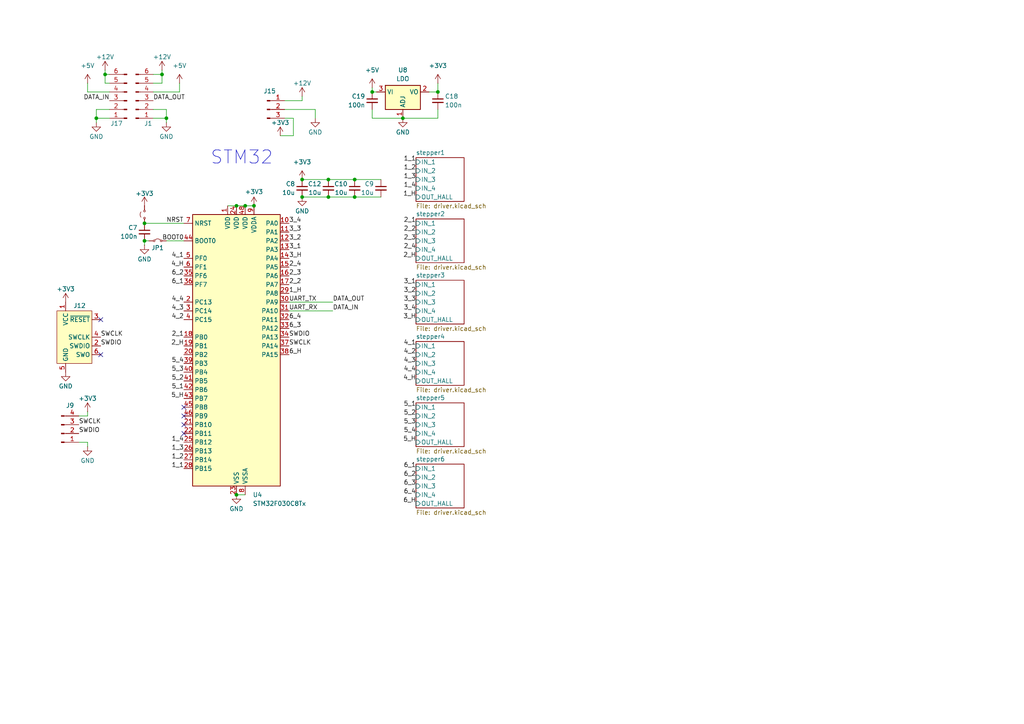
<source format=kicad_sch>
(kicad_sch (version 20231120) (generator "eeschema") (generator_version "8.0")
  (paper "A4")
  (lib_symbols
    (symbol "Connector:Conn_01x03_Pin" (pin_names (offset 1.016) hide)
      (property "Reference" "J" (at 0 5.08 0))
      (property "Value" "Conn_01x03_Pin" (at 0 -5.08 0))
      (symbol "Conn_01x03_Pin_1_1"
        (polyline (pts (xy 1.27 -2.54) (xy 0.8636 -2.54)) (stroke (width 0.1524)))
        (polyline (pts (xy 1.27 0) (xy 0.8636 0)) (stroke (width 0.1524)))
        (polyline (pts (xy 1.27 2.54) (xy 0.8636 2.54)) (stroke (width 0.1524)))
        (rectangle (start 0.8636 -2.413) (end 0 -2.667) (stroke (width 0.1524)) (fill (type outline)))
        (rectangle (start 0.8636 0.127) (end 0 -0.127) (stroke (width 0.1524)) (fill (type outline)))
        (rectangle (start 0.8636 2.667) (end 0 2.413) (stroke (width 0.1524)) (fill (type outline)))
        (pin passive line (at 5.08 2.54 180) (length 3.81) (name "Pin_1") (number "1"))
        (pin passive line (at 5.08 0 180) (length 3.81) (name "Pin_2") (number "2"))
        (pin passive line (at 5.08 -2.54 180) (length 3.81) (name "Pin_3") (number "3"))
      )
    )
    (symbol "Connector:Conn_01x04_Pin" (pin_names (offset 1.016) hide)
      (property "Reference" "J" (at 0 5.08 0))
      (property "Value" "Conn_01x04_Pin" (at 0 -7.62 0))
      (symbol "Conn_01x04_Pin_1_1"
        (polyline (pts (xy 1.27 -5.08) (xy 0.8636 -5.08)) (stroke (width 0.1524)))
        (polyline (pts (xy 1.27 -2.54) (xy 0.8636 -2.54)) (stroke (width 0.1524)))
        (polyline (pts (xy 1.27 0) (xy 0.8636 0)) (stroke (width 0.1524)))
        (polyline (pts (xy 1.27 2.54) (xy 0.8636 2.54)) (stroke (width 0.1524)))
        (rectangle (start 0.8636 -4.953) (end 0 -5.207) (stroke (width 0.1524)) (fill (type outline)))
        (rectangle (start 0.8636 -2.413) (end 0 -2.667) (stroke (width 0.1524)) (fill (type outline)))
        (rectangle (start 0.8636 0.127) (end 0 -0.127) (stroke (width 0.1524)) (fill (type outline)))
        (rectangle (start 0.8636 2.667) (end 0 2.413) (stroke (width 0.1524)) (fill (type outline)))
        (pin passive line (at 5.08 2.54 180) (length 3.81) (name "Pin_1") (number "1"))
        (pin passive line (at 5.08 0 180) (length 3.81) (name "Pin_2") (number "2"))
        (pin passive line (at 5.08 -2.54 180) (length 3.81) (name "Pin_3") (number "3"))
        (pin passive line (at 5.08 -5.08 180) (length 3.81) (name "Pin_4") (number "4"))
      )
    )
    (symbol "Connector:Conn_01x06_Pin" (pin_names (offset 1.016) hide)
      (property "Reference" "J" (at 0 7.62 0))
      (property "Value" "Conn_01x06_Pin" (at 0 -10.16 0))
      (symbol "Conn_01x06_Pin_1_1"
        (polyline (pts (xy 1.27 -7.62) (xy 0.8636 -7.62)) (stroke (width 0.1524)))
        (polyline (pts (xy 1.27 -5.08) (xy 0.8636 -5.08)) (stroke (width 0.1524)))
        (polyline (pts (xy 1.27 -2.54) (xy 0.8636 -2.54)) (stroke (width 0.1524)))
        (polyline (pts (xy 1.27 0) (xy 0.8636 0)) (stroke (width 0.1524)))
        (polyline (pts (xy 1.27 2.54) (xy 0.8636 2.54)) (stroke (width 0.1524)))
        (polyline (pts (xy 1.27 5.08) (xy 0.8636 5.08)) (stroke (width 0.1524)))
        (rectangle (start 0.8636 -7.493) (end 0 -7.747) (stroke (width 0.1524)) (fill (type outline)))
        (rectangle (start 0.8636 -4.953) (end 0 -5.207) (stroke (width 0.1524)) (fill (type outline)))
        (rectangle (start 0.8636 -2.413) (end 0 -2.667) (stroke (width 0.1524)) (fill (type outline)))
        (rectangle (start 0.8636 0.127) (end 0 -0.127) (stroke (width 0.1524)) (fill (type outline)))
        (rectangle (start 0.8636 2.667) (end 0 2.413) (stroke (width 0.1524)) (fill (type outline)))
        (rectangle (start 0.8636 5.207) (end 0 4.953) (stroke (width 0.1524)) (fill (type outline)))
        (pin passive line (at 5.08 5.08 180) (length 3.81) (name "Pin_1") (number "1"))
        (pin passive line (at 5.08 2.54 180) (length 3.81) (name "Pin_2") (number "2"))
        (pin passive line (at 5.08 0 180) (length 3.81) (name "Pin_3") (number "3"))
        (pin passive line (at 5.08 -2.54 180) (length 3.81) (name "Pin_4") (number "4"))
        (pin passive line (at 5.08 -5.08 180) (length 3.81) (name "Pin_5") (number "5"))
        (pin passive line (at 5.08 -7.62 180) (length 3.81) (name "Pin_6") (number "6"))
      )
    )
    (symbol "Connector:Conn_ARM_SWD_TagConnect_TC2030-NL" (in_bom no)
      (property "Reference" "J" (at 2.54 11.43 0))
      (property "Value" "Conn_ARM_SWD_TagConnect_TC2030-NL" (at 2.54 8.89 0))
      (symbol "Conn_ARM_SWD_TagConnect_TC2030-NL_0_0"
        (pin power_in line (at -2.54 10.16 270) (length 2.54) (name "VCC") (number "1"))
        (pin bidirectional line (at 7.62 -2.54 180) (length 2.54) (name "SWDIO") (number "2"))
        (pin open_collector line (at 7.62 5.08 180) (length 2.54) (name "~{RESET}") (number "3"))
        (pin output line (at 7.62 0 180) (length 2.54) (name "SWCLK") (number "4"))
        (pin power_in line (at -2.54 -10.16 90) (length 2.54) (name "GND") (number "5"))
        (pin input line (at 7.62 -5.08 180) (length 2.54) (name "SWO") (number "6"))
      )
      (symbol "Conn_ARM_SWD_TagConnect_TC2030-NL_0_1"
        (rectangle (start -5.08 7.62) (end 5.08 -7.62) (fill (type background)))
      )
    )
    (symbol "Device:C_Small" (pin_numbers hide) (pin_names (offset 0.254) hide)
      (property "Reference" "C" (at 0.254 1.778 0))
      (property "Value" "C_Small" (at 0.254 -2.032 0))
      (symbol "C_Small_0_1"
        (polyline (pts (xy -1.524 -0.508) (xy 1.524 -0.508)) (stroke (width 0.3302)))
        (polyline (pts (xy -1.524 0.508) (xy 1.524 0.508)) (stroke (width 0.3048)))
      )
      (symbol "C_Small_1_1"
        (pin passive line (at 0 2.54 270) (length 2.032) (name "~") (number "1"))
        (pin passive line (at 0 -2.54 90) (length 2.032) (name "~") (number "2"))
      )
    )
    (symbol "GND_1" (power) (pin_numbers hide) (pin_names (offset 0) hide)
      (property "Value" "GND" (at 0 -3.81 0))
      (symbol "GND_1_0_1"
        (polyline (pts (xy 0 0) (xy 0 -1.27) (xy 1.27 -1.27) (xy 0 -2.54) (xy -1.27 -1.27) (xy 0 -1.27)))
      )
      (symbol "GND_1_1_1"
        (pin power_in line (at 0 0 270) (length 0) (name "~") (number "1"))
      )
    )
    (symbol "Jumper:Jumper_2_Small_Bridged" (pin_numbers hide) (pin_names (offset 0) hide) (exclude_from_sim yes)
      (property "Reference" "JP" (at 0 2.032 0))
      (property "Value" "Jumper_2_Small_Bridged" (at 0 -2.286 0))
      (symbol "Jumper_2_Small_Bridged_0_0"
        (circle (center -1.016 0) (radius 0.254))
        (circle (center 1.016 0) (radius 0.254))
      )
      (symbol "Jumper_2_Small_Bridged_0_1"
        (arc (start 0.762 0.254) (mid 0 0.5696) (end -0.762 0.254))
      )
      (symbol "Jumper_2_Small_Bridged_1_1"
        (pin passive line (at -2.54 0 0) (length 1.27) (name "A") (number "1"))
        (pin passive line (at 2.54 0 180) (length 1.27) (name "B") (number "2"))
      )
    )
    (symbol "Jumper:Jumper_2_Small_Open" (pin_numbers hide) (pin_names (offset 0) hide) (exclude_from_sim yes)
      (property "Reference" "JP" (at 0 2.794 0))
      (property "Value" "Jumper_2_Small_Open" (at 0 -2.286 0))
      (symbol "Jumper_2_Small_Open_0_0"
        (circle (center -1.016 0) (radius 0.254))
        (circle (center 1.016 0) (radius 0.254))
      )
      (symbol "Jumper_2_Small_Open_0_1"
        (arc (start 0.762 1.0196) (mid 0 1.2729) (end -0.762 1.0196))
      )
      (symbol "Jumper_2_Small_Open_1_1"
        (pin passive line (at -2.54 0 0) (length 1.27) (name "A") (number "1"))
        (pin passive line (at 2.54 0 180) (length 1.27) (name "B") (number "2"))
      )
    )
    (symbol "MCU_ST_STM32F0:STM32F030C8Tx"
      (property "Reference" "U" (at -12.7 41.91 0))
      (property "Value" "STM32F030C8Tx" (at 7.62 41.91 0))
      (symbol "STM32F030C8Tx_0_1"
        (rectangle (start -12.7 -38.1) (end 12.7 40.64) (stroke (width 0.254)) (fill (type background)))
      )
      (symbol "STM32F030C8Tx_1_1"
        (pin power_in line (at -2.54 43.18 270) (length 2.54) (name "VDD") (number "1"))
        (pin bidirectional line (at 15.24 38.1 180) (length 2.54) (name "PA0") (number "10"))
        (pin bidirectional line (at 15.24 35.56 180) (length 2.54) (name "PA1") (number "11"))
        (pin bidirectional line (at 15.24 33.02 180) (length 2.54) (name "PA2") (number "12"))
        (pin bidirectional line (at 15.24 30.48 180) (length 2.54) (name "PA3") (number "13"))
        (pin bidirectional line (at 15.24 27.94 180) (length 2.54) (name "PA4") (number "14"))
        (pin bidirectional line (at 15.24 25.4 180) (length 2.54) (name "PA5") (number "15"))
        (pin bidirectional line (at 15.24 22.86 180) (length 2.54) (name "PA6") (number "16"))
        (pin bidirectional line (at 15.24 20.32 180) (length 2.54) (name "PA7") (number "17"))
        (pin bidirectional line (at -15.24 5.08 0) (length 2.54) (name "PB0") (number "18"))
        (pin bidirectional line (at -15.24 2.54 0) (length 2.54) (name "PB1") (number "19"))
        (pin bidirectional line (at -15.24 15.24 0) (length 2.54) (name "PC13") (number "2"))
        (pin bidirectional line (at -15.24 0 0) (length 2.54) (name "PB2") (number "20"))
        (pin bidirectional line (at -15.24 -20.32 0) (length 2.54) (name "PB10") (number "21"))
        (pin bidirectional line (at -15.24 -22.86 0) (length 2.54) (name "PB11") (number "22"))
        (pin power_in line (at 0 -40.64 90) (length 2.54) (name "VSS") (number "23"))
        (pin power_in line (at 0 43.18 270) (length 2.54) (name "VDD") (number "24"))
        (pin bidirectional line (at -15.24 -25.4 0) (length 2.54) (name "PB12") (number "25"))
        (pin bidirectional line (at -15.24 -27.94 0) (length 2.54) (name "PB13") (number "26"))
        (pin bidirectional line (at -15.24 -30.48 0) (length 2.54) (name "PB14") (number "27"))
        (pin bidirectional line (at -15.24 -33.02 0) (length 2.54) (name "PB15") (number "28"))
        (pin bidirectional line (at 15.24 17.78 180) (length 2.54) (name "PA8") (number "29"))
        (pin bidirectional line (at -15.24 12.7 0) (length 2.54) (name "PC14") (number "3"))
        (pin bidirectional line (at 15.24 15.24 180) (length 2.54) (name "PA9") (number "30"))
        (pin bidirectional line (at 15.24 12.7 180) (length 2.54) (name "PA10") (number "31"))
        (pin bidirectional line (at 15.24 10.16 180) (length 2.54) (name "PA11") (number "32"))
        (pin bidirectional line (at 15.24 7.62 180) (length 2.54) (name "PA12") (number "33"))
        (pin bidirectional line (at 15.24 5.08 180) (length 2.54) (name "PA13") (number "34"))
        (pin bidirectional line (at -15.24 22.86 0) (length 2.54) (name "PF6") (number "35"))
        (pin bidirectional line (at -15.24 20.32 0) (length 2.54) (name "PF7") (number "36"))
        (pin bidirectional line (at 15.24 2.54 180) (length 2.54) (name "PA14") (number "37"))
        (pin bidirectional line (at 15.24 0 180) (length 2.54) (name "PA15") (number "38"))
        (pin bidirectional line (at -15.24 -2.54 0) (length 2.54) (name "PB3") (number "39"))
        (pin bidirectional line (at -15.24 10.16 0) (length 2.54) (name "PC15") (number "4"))
        (pin bidirectional line (at -15.24 -5.08 0) (length 2.54) (name "PB4") (number "40"))
        (pin bidirectional line (at -15.24 -7.62 0) (length 2.54) (name "PB5") (number "41"))
        (pin bidirectional line (at -15.24 -10.16 0) (length 2.54) (name "PB6") (number "42"))
        (pin bidirectional line (at -15.24 -12.7 0) (length 2.54) (name "PB7") (number "43"))
        (pin input line (at -15.24 33.02 0) (length 2.54) (name "BOOT0") (number "44"))
        (pin bidirectional line (at -15.24 -15.24 0) (length 2.54) (name "PB8") (number "45"))
        (pin bidirectional line (at -15.24 -17.78 0) (length 2.54) (name "PB9") (number "46"))
        (pin passive line (at 0 -40.64 90) (length 2.54) hide (name "VSS") (number "47"))
        (pin power_in line (at 2.54 43.18 270) (length 2.54) (name "VDD") (number "48"))
        (pin bidirectional line (at -15.24 27.94 0) (length 2.54) (name "PF0") (number "5"))
        (pin bidirectional line (at -15.24 25.4 0) (length 2.54) (name "PF1") (number "6"))
        (pin input line (at -15.24 38.1 0) (length 2.54) (name "NRST") (number "7"))
        (pin power_in line (at 2.54 -40.64 90) (length 2.54) (name "VSSA") (number "8"))
        (pin power_in line (at 5.08 43.18 270) (length 2.54) (name "VDDA") (number "9"))
      )
    )
    (symbol "Regulator_Linear:AMS1117"
      (property "Reference" "U" (at -3.81 3.175 0))
      (property "Value" "AMS1117" (at 0 3.175 0))
      (symbol "AMS1117_0_1"
        (rectangle (start -5.08 -5.08) (end 5.08 1.905) (stroke (width 0.254)) (fill (type background)))
      )
      (symbol "AMS1117_1_1"
        (pin input line (at 0 -7.62 90) (length 2.54) (name "ADJ") (number "1"))
        (pin power_out line (at 7.62 0 180) (length 2.54) (name "VO") (number "2"))
        (pin power_in line (at -7.62 0 0) (length 2.54) (name "VI") (number "3"))
      )
    )
    (symbol "power:+12V" (power) (pin_numbers hide) (pin_names (offset 0) hide)
      (property "Value" "+12V" (at 0 3.556 0))
      (symbol "+12V_0_1"
        (polyline (pts (xy -0.762 1.27) (xy 0 2.54)))
        (polyline (pts (xy 0 0) (xy 0 2.54)))
        (polyline (pts (xy 0 2.54) (xy 0.762 1.27)))
      )
      (symbol "+12V_1_1"
        (pin power_in line (at 0 0 90) (length 0) (name "~") (number "1"))
      )
    )
    (symbol "power:+3V3" (power) (pin_numbers hide) (pin_names (offset 0) hide)
      (property "Value" "+3V3" (at 0 3.556 0))
      (symbol "+3V3_0_1"
        (polyline (pts (xy -0.762 1.27) (xy 0 2.54)))
        (polyline (pts (xy 0 0) (xy 0 2.54)))
        (polyline (pts (xy 0 2.54) (xy 0.762 1.27)))
      )
      (symbol "+3V3_1_1"
        (pin power_in line (at 0 0 90) (length 0) (name "~") (number "1"))
      )
    )
    (symbol "power:+5V" (power) (pin_numbers hide) (pin_names (offset 0) hide)
      (property "Value" "+5V" (at 0 3.556 0))
      (symbol "+5V_0_1"
        (polyline (pts (xy -0.762 1.27) (xy 0 2.54)))
        (polyline (pts (xy 0 0) (xy 0 2.54)))
        (polyline (pts (xy 0 2.54) (xy 0.762 1.27)))
      )
      (symbol "+5V_1_1"
        (pin power_in line (at 0 0 90) (length 0) (name "~") (number "1"))
      )
    )
  )
  (junction (at 30.48 21.59))
  (junction (at 48.26 34.29))
  (junction (at 107.95 26.67))
  (junction (at 68.58 59.69))
  (junction (at 87.63 52.07))
  (junction (at 41.91 69.85))
  (junction (at 73.66 59.69))
  (junction (at 27.94 34.29))
  (junction (at 87.63 57.15))
  (junction (at 68.58 143.51))
  (junction (at 46.99 21.59))
  (junction (at 116.84 34.29))
  (junction (at 102.87 57.15))
  (junction (at 127 26.67))
  (junction (at 102.87 52.07))
  (junction (at 71.12 59.69))
  (junction (at 95.25 57.15))
  (junction (at 95.25 52.07))
  (junction (at 41.91 64.77))
  (no_connect (at 53.34 125.73))
  (no_connect (at 29.21 102.87))
  (no_connect (at 53.34 120.65))
  (no_connect (at 53.34 118.11))
  (no_connect (at 53.34 123.19))
  (no_connect (at 29.21 92.71))
  (wire (pts (xy 127 34.29) (xy 127 31.75)))
  (wire (pts (xy 102.87 57.15) (xy 110.49 57.15)))
  (wire (pts (xy 41.91 71.12) (xy 41.91 69.85)))
  (wire (pts (xy 107.95 25.4) (xy 107.95 26.67)))
  (wire (pts (xy 25.4 120.65) (xy 22.86 120.65)))
  (wire (pts (xy 48.26 31.75) (xy 44.45 31.75)))
  (wire (pts (xy 30.48 21.59) (xy 30.48 24.13)))
  (wire (pts (xy 30.48 24.13) (xy 31.75 24.13)))
  (wire (pts (xy 83.82 87.63) (xy 96.52 87.63)))
  (wire (pts (xy 22.86 128.27) (xy 25.4 128.27)))
  (wire (pts (xy 27.94 31.75) (xy 31.75 31.75)))
  (wire (pts (xy 116.84 34.29) (xy 127 34.29)))
  (wire (pts (xy 87.63 57.15) (xy 95.25 57.15)))
  (wire (pts (xy 107.95 34.29) (xy 116.84 34.29)))
  (wire (pts (xy 91.44 34.29) (xy 91.44 31.75)))
  (wire (pts (xy 95.25 52.07) (xy 102.87 52.07)))
  (wire (pts (xy 95.25 57.15) (xy 102.87 57.15)))
  (wire (pts (xy 66.04 59.69) (xy 68.58 59.69)))
  (wire (pts (xy 68.58 59.69) (xy 71.12 59.69)))
  (wire (pts (xy 102.87 52.07) (xy 110.49 52.07)))
  (wire (pts (xy 107.95 31.75) (xy 107.95 34.29)))
  (wire (pts (xy 127 24.13) (xy 127 26.67)))
  (wire (pts (xy 85.09 39.37) (xy 85.09 34.29)))
  (wire (pts (xy 46.99 21.59) (xy 46.99 24.13)))
  (wire (pts (xy 41.91 64.77) (xy 53.34 64.77)))
  (wire (pts (xy 71.12 59.69) (xy 73.66 59.69)))
  (wire (pts (xy 107.95 26.67) (xy 109.22 26.67)))
  (wire (pts (xy 27.94 35.56) (xy 27.94 34.29)))
  (wire (pts (xy 27.94 34.29) (xy 27.94 31.75)))
  (wire (pts (xy 25.4 24.13) (xy 25.4 26.67)))
  (wire (pts (xy 25.4 119.38) (xy 25.4 120.65)))
  (wire (pts (xy 127 26.67) (xy 124.46 26.67)))
  (wire (pts (xy 30.48 21.59) (xy 31.75 21.59)))
  (wire (pts (xy 91.44 31.75) (xy 82.55 31.75)))
  (wire (pts (xy 48.26 69.85) (xy 53.34 69.85)))
  (wire (pts (xy 46.99 24.13) (xy 44.45 24.13)))
  (wire (pts (xy 87.63 52.07) (xy 95.25 52.07)))
  (wire (pts (xy 46.99 20.32) (xy 46.99 21.59)))
  (wire (pts (xy 87.63 27.94) (xy 87.63 29.21)))
  (wire (pts (xy 48.26 35.56) (xy 48.26 34.29)))
  (wire (pts (xy 27.94 34.29) (xy 31.75 34.29)))
  (wire (pts (xy 41.91 69.85) (xy 43.18 69.85)))
  (wire (pts (xy 83.82 90.17) (xy 96.52 90.17)))
  (wire (pts (xy 85.09 34.29) (xy 82.55 34.29)))
  (wire (pts (xy 44.45 34.29) (xy 48.26 34.29)))
  (wire (pts (xy 81.28 39.37) (xy 85.09 39.37)))
  (wire (pts (xy 87.63 29.21) (xy 82.55 29.21)))
  (wire (pts (xy 52.07 26.67) (xy 44.45 26.67)))
  (wire (pts (xy 68.58 143.51) (xy 71.12 143.51)))
  (wire (pts (xy 25.4 26.67) (xy 31.75 26.67)))
  (wire (pts (xy 48.26 34.29) (xy 48.26 31.75)))
  (wire (pts (xy 30.48 20.32) (xy 30.48 21.59)))
  (wire (pts (xy 25.4 128.27) (xy 25.4 129.54)))
  (wire (pts (xy 52.07 24.13) (xy 52.07 26.67)))
  (wire (pts (xy 44.45 21.59) (xy 46.99 21.59)))
  (text "STM32" (at 60.96 48.006 0) (effects (font (size 3.81 3.81)) (justify left bottom)))
  (label "SWDIO" (at 29.21 100.33 0))
  (label "2_1" (at 120.65 64.77 180))
  (label "5_3" (at 120.65 123.19 180))
  (label "3_4" (at 120.65 90.17 180))
  (label "2_2" (at 120.65 67.31 180))
  (label "4_1" (at 53.34 74.93 180))
  (label "2_H" (at 120.65 74.93 180))
  (label "DATA_OUT" (at 44.45 29.21 0))
  (label "4_3" (at 53.34 90.17 180))
  (label "DATA_IN" (at 31.75 29.21 180))
  (label "3_3" (at 120.65 87.63 180))
  (label "2_4" (at 120.65 72.39 180))
  (label "UART_TX" (at 83.82 87.63 0))
  (label "6_4" (at 120.65 143.51 180))
  (label "6_H" (at 83.82 102.87 0))
  (label "3_2" (at 83.82 69.85 0))
  (label "4_H" (at 53.34 77.47 180))
  (label "5_1" (at 53.34 113.03 180))
  (label "UART_RX" (at 83.82 90.17 0))
  (label "2_1" (at 53.34 97.79 180))
  (label "1_H" (at 120.65 57.15 180))
  (label "6_4" (at 83.82 92.71 0))
  (label "3_H" (at 120.65 92.71 180))
  (label "6_2" (at 53.34 80.01 180))
  (label "5_1" (at 120.65 118.11 180))
  (label "SWCLK" (at 29.21 97.79 0))
  (label "6_H" (at 120.65 146.05 180))
  (label "3_1" (at 120.65 82.55 180))
  (label "6_3" (at 83.82 95.25 0))
  (label "5_4" (at 53.34 105.41 180))
  (label "2_3" (at 120.65 69.85 180))
  (label "1_4" (at 120.65 54.61 180))
  (label "3_4" (at 83.82 64.77 0))
  (label "2_2" (at 83.82 82.55 0))
  (label "4_3" (at 120.65 105.41 180))
  (label "SWCLK" (at 22.86 123.19 0))
  (label "1_3" (at 53.34 130.81 180))
  (label "6_3" (at 120.65 140.97 180))
  (label "4_1" (at 120.65 100.33 180))
  (label "1_1" (at 53.34 135.89 180))
  (label "2_3" (at 83.82 80.01 0))
  (label "3_H" (at 83.82 74.93 0))
  (label "5_H" (at 53.34 115.57 180))
  (label "1_4" (at 53.34 128.27 180))
  (label "4_4" (at 120.65 107.95 180))
  (label "5_2" (at 120.65 120.65 180))
  (label "5_3" (at 53.34 107.95 180))
  (label "BOOT0" (at 53.34 69.85 180))
  (label "1_1" (at 120.65 46.99 180))
  (label "5_2" (at 53.34 110.49 180))
  (label "4_H" (at 120.65 110.49 180))
  (label "3_2" (at 120.65 85.09 180))
  (label "1_3" (at 120.65 52.07 180))
  (label "3_3" (at 83.82 67.31 0))
  (label "NRST" (at 48.26 64.77 0))
  (label "1_2" (at 53.34 133.35 180))
  (label "2_H" (at 53.34 100.33 180))
  (label "5_H" (at 120.65 128.27 180))
  (label "4_2" (at 120.65 102.87 180))
  (label "6_2" (at 120.65 138.43 180))
  (label "DATA_IN" (at 96.52 90.17 0))
  (label "SWDIO" (at 83.82 97.79 0))
  (label "SWDIO" (at 22.86 125.73 0))
  (label "DATA_OUT" (at 96.52 87.63 0))
  (label "SWCLK" (at 83.82 100.33 0))
  (label "1_H" (at 83.82 85.09 0))
  (label "3_1" (at 83.82 72.39 0))
  (label "5_4" (at 120.65 125.73 180))
  (label "4_2" (at 53.34 92.71 180))
  (label "6_1" (at 120.65 135.89 180))
  (label "1_2" (at 120.65 49.53 180))
  (label "2_4" (at 83.82 77.47 0))
  (label "6_1" (at 53.34 82.55 180))
  (label "4_4" (at 53.34 87.63 180))
  (symbol (lib_id "Device:C_Small") (at 107.95 29.21 0) (unit 1)
    (property "Reference" "C19" (at 105.918 27.94 0) (effects (justify right)))
    (property "Value" "100n" (at 105.918 30.48 0) (effects (justify right)))
    (property "Footprint" "Capacitor_SMD:C_0603_1608Metric" (effects (hide yes)))
    (property "Description" "Unpolarized capacitor, small symbol" (effects (hide yes)))
    (property "LCSC" "C14663" (effects (hide yes)))
  )
  (symbol (lib_name "GND_1") (lib_id "power:GND") (at 91.44 34.29 0) (mirror y) (unit 1)
    (property "Reference" "#PWR028" (effects (hide yes)))
    (property "Value" "GND" (at 91.44 38.354 0))
    (property "Description" "Power symbol creates a global label with name \"GND\" , ground" (effects (hide yes)))
  )
  (symbol (lib_id "power:+3V3") (at 19.05 87.63 0) (unit 1)
    (property "Reference" "#PWR053" (effects (hide yes)))
    (property "Value" "+3V3" (at 19.05 83.82 0))
    (property "Description" "Power symbol creates a global label with name \"+3V3\"" (effects (hide yes)))
  )
  (symbol (lib_id "Device:C_Small") (at 95.25 54.61 0) (unit 1)
    (property "Reference" "C12" (at 93.218 53.34 0) (effects (justify right)))
    (property "Value" "10u" (at 93.218 55.88 0) (effects (justify right)))
    (property "Footprint" "Capacitor_SMD:C_0603_1608Metric" (effects (hide yes)))
    (property "Description" "Unpolarized capacitor, small symbol" (effects (hide yes)))
    (property "LCSC" "C19702" (effects (hide yes)))
  )
  (symbol (lib_id "power:+5V") (at 25.4 24.13 0) (unit 1)
    (property "Reference" "#PWR048" (effects (hide yes)))
    (property "Value" "+5V" (at 25.4 19.05 0))
    (property "Description" "Power symbol creates a global label with name \"+5V\"" (effects (hide yes)))
  )
  (symbol (lib_id "power:+3V3") (at 25.4 119.38 0) (unit 1)
    (property "Reference" "#PWR055" (effects (hide yes)))
    (property "Value" "+3V3" (at 25.4 115.57 0))
    (property "Description" "Power symbol creates a global label with name \"+3V3\"" (effects (hide yes)))
  )
  (symbol (lib_id "power:+3V3") (at 87.63 52.07 0) (unit 1)
    (property "Reference" "#PWR032" (effects (hide yes)))
    (property "Value" "+3V3" (at 87.63 46.99 0))
    (property "Description" "Power symbol creates a global label with name \"+3V3\"" (effects (hide yes)))
  )
  (symbol (lib_name "GND_1") (lib_id "power:GND") (at 87.63 57.15 0) (unit 1)
    (property "Reference" "#PWR033" (effects (hide yes)))
    (property "Value" "GND" (at 87.63 61.214 0))
    (property "Description" "Power symbol creates a global label with name \"GND\" , ground" (effects (hide yes)))
  )
  (symbol (lib_id "Device:C_Small") (at 41.91 67.31 0) (unit 1)
    (property "Reference" "C7" (at 39.878 66.04 0) (effects (justify right)))
    (property "Value" "100n" (at 39.878 68.58 0) (effects (justify right)))
    (property "Footprint" "Capacitor_SMD:C_0603_1608Metric" (effects (hide yes)))
    (property "Description" "Unpolarized capacitor, small symbol" (effects (hide yes)))
    (property "LCSC" "C14663" (effects (hide yes)))
  )
  (symbol (lib_id "Connector:Conn_01x04_Pin") (at 17.78 125.73 0) (mirror x) (unit 1) (in_bom no)
    (property "Reference" "J9" (at 20.32 117.602 0))
    (property "Value" "Conn_01x04_Pin" (effects (hide yes)))
    (property "Footprint" "Connector_PinHeader_2.54mm:PinHeader_1x04_P2.54mm_Vertical" (effects (hide yes)))
    (property "Description" "Generic connector, single row, 01x04, script generated" (effects (hide yes)))
    (property "LCSC" "C6332197" (effects (hide yes)))
  )
  (symbol (lib_id "Connector:Conn_ARM_SWD_TagConnect_TC2030-NL") (at 21.59 97.79 0) (unit 1) (in_bom no)
    (property "Reference" "J12" (at 24.892 88.646 0) (effects (justify right)))
    (property "Value" "Conn_ARM_SWD_TagConnect_TC2030-NL" (effects (hide yes)))
    (property "Footprint" "Connector:Tag-Connect_TC2030-IDC-NL_2x03_P1.27mm_Vertical" (effects (hide yes)))
    (property "Datasheet" "https://www.tag-connect.com/wp-content/uploads/bsk-pdf-manager/TC2030-CTX_1.pdf" (effects (hide yes)))
    (property "Description" "Tag-Connect ARM Cortex SWD JTAG connector, 6 pin, no legs" (effects (hide yes)))
  )
  (symbol (lib_name "GND_1") (lib_id "power:GND") (at 48.26 35.56 0) (mirror y) (unit 1)
    (property "Reference" "#PWR051" (effects (hide yes)))
    (property "Value" "GND" (at 48.26 39.624 0))
    (property "Description" "Power symbol creates a global label with name \"GND\" , ground" (effects (hide yes)))
  )
  (symbol (lib_id "Device:C_Small") (at 87.63 54.61 0) (unit 1)
    (property "Reference" "C8" (at 85.598 53.34 0) (effects (justify right)))
    (property "Value" "10u" (at 85.598 55.88 0) (effects (justify right)))
    (property "Footprint" "Capacitor_SMD:C_0603_1608Metric" (effects (hide yes)))
    (property "Description" "Unpolarized capacitor, small symbol" (effects (hide yes)))
    (property "LCSC" "C19702" (effects (hide yes)))
  )
  (symbol (lib_id "Device:C_Small") (at 102.87 54.61 0) (unit 1)
    (property "Reference" "C10" (at 100.838 53.34 0) (effects (justify right)))
    (property "Value" "10u" (at 100.838 55.88 0) (effects (justify right)))
    (property "Footprint" "Capacitor_SMD:C_0603_1608Metric" (effects (hide yes)))
    (property "Description" "Unpolarized capacitor, small symbol" (effects (hide yes)))
    (property "LCSC" "C19702" (effects (hide yes)))
  )
  (symbol (lib_id "Connector:Conn_01x03_Pin") (at 77.47 31.75 0) (unit 1)
    (property "Reference" "J15" (at 78.232 26.416 0))
    (property "Footprint" "Package_TO_SOT_SMD:SOT-89-3" (effects (hide yes)))
    (property "LCSC" "C351450" (effects (hide yes)))
  )
  (symbol (lib_id "power:+3V3") (at 127 24.13 0) (unit 1)
    (property "Reference" "#PWR058" (effects (hide yes)))
    (property "Value" "+3V3" (at 127 19.05 0))
    (property "Description" "Power symbol creates a global label with name \"+3V3\"" (effects (hide yes)))
  )
  (symbol (lib_id "power:+3V3") (at 41.91 59.69 0) (unit 1)
    (property "Reference" "#PWR046" (effects (hide yes)))
    (property "Value" "+3V3" (at 41.91 56.134 0))
    (property "Description" "Power symbol creates a global label with name \"+3V3\"" (effects (hide yes)))
  )
  (symbol (lib_id "MCU_ST_STM32F0:STM32F030C8Tx") (at 68.58 102.87 0) (unit 1)
    (property "Reference" "U4" (at 73.3141 143.51 0) (effects (justify left)))
    (property "Value" "STM32F030C8Tx" (at 73.3141 146.05 0) (effects (justify left)))
    (property "Footprint" "Package_QFP:LQFP-48_7x7mm_P0.5mm" (effects (hide yes)))
    (property "Datasheet" "https://www.st.com/resource/en/datasheet/stm32f030c8.pdf" (effects (hide yes)))
    (property "Description" "STMicroelectronics Arm Cortex-M0 MCU, 64KB flash, 8KB RAM, 48 MHz, 2.4-3.6V, 39 GPIO, LQFP48" (effects (hide yes)))
    (property "LCSC" "C62514" (effects (hide yes)))
  )
  (symbol (lib_id "power:+5V") (at 52.07 24.13 0) (unit 1)
    (property "Reference" "#PWR030" (effects (hide yes)))
    (property "Value" "+5V" (at 52.07 19.05 0))
    (property "Description" "Power symbol creates a global label with name \"+5V\"" (effects (hide yes)))
  )
  (symbol (lib_name "GND_1") (lib_id "power:GND") (at 27.94 35.56 0) (unit 1)
    (property "Reference" "#PWR049" (effects (hide yes)))
    (property "Value" "GND" (at 27.94 39.624 0))
    (property "Description" "Power symbol creates a global label with name \"GND\" , ground" (effects (hide yes)))
  )
  (symbol (lib_id "power:+5V") (at 107.95 25.4 0) (unit 1)
    (property "Reference" "#PWR050" (effects (hide yes)))
    (property "Value" "+5V" (at 107.95 20.32 0))
    (property "Description" "Power symbol creates a global label with name \"+5V\"" (effects (hide yes)))
  )
  (symbol (lib_id "Connector:Conn_01x06_Pin") (at 39.37 29.21 0) (mirror x) (unit 1)
    (property "Reference" "J1" (at 44.196 35.814 0) (effects (justify right)))
    (property "Value" "Conn_01x04_Pin" (effects (hide yes)))
    (property "Footprint" "Connector_JST:JST_XH_B6B-XH-AM_1x06_P2.50mm_Vertical" (effects (hide yes)))
    (property "Description" "Generic connector, single row, 01x06, script generated" (effects (hide yes)))
    (property "LCSC" "C161873" (effects (hide yes)))
  )
  (symbol (lib_name "GND_1") (lib_id "power:GND") (at 68.58 143.51 0) (unit 1)
    (property "Reference" "#PWR026" (effects (hide yes)))
    (property "Value" "GND" (at 68.58 147.574 0))
    (property "Description" "Power symbol creates a global label with name \"GND\" , ground" (effects (hide yes)))
  )
  (symbol (lib_id "Regulator_Linear:AMS1117") (at 116.84 26.67 0) (unit 1)
    (property "Reference" "U8" (at 116.84 20.32 0))
    (property "Value" "LDO" (at 116.84 22.86 0))
    (property "Footprint" "Package_TO_SOT_SMD:SOT-23-3" (effects (hide yes)))
    (property "LCSC" "C5446" (effects (hide yes)))
  )
  (symbol (lib_id "Device:C_Small") (at 127 29.21 0) (mirror y) (unit 1)
    (property "Reference" "C18" (at 129.032 27.94 0) (effects (justify right)))
    (property "Value" "100n" (at 129.032 30.48 0) (effects (justify right)))
    (property "Footprint" "Capacitor_SMD:C_0603_1608Metric" (effects (hide yes)))
    (property "Description" "Unpolarized capacitor, small symbol" (effects (hide yes)))
    (property "LCSC" "C14663" (effects (hide yes)))
  )
  (symbol (lib_id "power:+3V3") (at 73.66 59.69 0) (unit 1)
    (property "Reference" "#PWR025" (effects (hide yes)))
    (property "Value" "+3V3" (at 73.66 55.626 0))
    (property "Description" "Power symbol creates a global label with name \"+3V3\"" (effects (hide yes)))
  )
  (symbol (lib_id "power:+12V") (at 46.99 20.32 0) (mirror y) (unit 1)
    (property "Reference" "#PWR052" (effects (hide yes)))
    (property "Value" "+12V" (at 46.99 16.51 0))
    (property "Description" "Power symbol creates a global label with name \"+12V\"" (effects (hide yes)))
  )
  (symbol (lib_id "Connector:Conn_01x06_Pin") (at 36.83 29.21 180) (unit 1)
    (property "Reference" "J17" (at 32.004 35.814 0) (effects (justify right)))
    (property "Value" "Conn_01x04_Pin" (effects (hide yes)))
    (property "Footprint" "Connector_JST:JST_XH_B6B-XH-AM_1x06_P2.50mm_Vertical" (effects (hide yes)))
    (property "Description" "Generic connector, single row, 01x06, script generated" (effects (hide yes)))
    (property "LCSC" "C161873" (effects (hide yes)))
  )
  (symbol (lib_name "GND_1") (lib_id "power:GND") (at 19.05 107.95 0) (unit 1)
    (property "Reference" "#PWR054" (effects (hide yes)))
    (property "Value" "GND" (at 19.05 112.014 0))
    (property "Description" "Power symbol creates a global label with name \"GND\" , ground" (effects (hide yes)))
  )
  (symbol (lib_name "GND_1") (lib_id "power:GND") (at 116.84 34.29 0) (mirror y) (unit 1)
    (property "Reference" "#PWR057" (effects (hide yes)))
    (property "Value" "GND" (at 116.84 38.354 0))
    (property "Description" "Power symbol creates a global label with name \"GND\" , ground" (effects (hide yes)))
  )
  (symbol (lib_id "Jumper:Jumper_2_Small_Bridged") (at 45.72 69.85 0) (mirror y) (unit 1) (exclude_from_sim yes) (in_bom no)
    (property "Reference" "JP1" (at 45.72 71.882 0))
    (property "Value" "Jumper_2_Small_Bridged" (effects (hide yes)))
    (property "Footprint" "Jumper:SolderJumper-2_P1.3mm_Bridged_RoundedPad1.0x1.5mm" (effects (hide yes)))
    (property "Description" "Jumper, 2-pole, small symbol, bridged" (effects (hide yes)))
  )
  (symbol (lib_id "Jumper:Jumper_2_Small_Open") (at 41.91 62.23 90) (unit 1) (exclude_from_sim yes) (in_bom no)
    (property "Reference" "JP2" (effects (hide yes)))
    (property "Value" "Jumper_2_Small_Open" (effects (hide yes)))
    (property "Footprint" "Jumper:SolderJumper-2_P1.3mm_Open_RoundedPad1.0x1.5mm" (effects (hide yes)))
    (property "Description" "Jumper, 2-pole, small symbol, open" (effects (hide yes)))
  )
  (symbol (lib_id "Device:C_Small") (at 110.49 54.61 0) (unit 1)
    (property "Reference" "C9" (at 108.458 53.34 0) (effects (justify right)))
    (property "Value" "10u" (at 108.458 55.88 0) (effects (justify right)))
    (property "Footprint" "Capacitor_SMD:C_0603_1608Metric" (effects (hide yes)))
    (property "Description" "Unpolarized capacitor, small symbol" (effects (hide yes)))
    (property "LCSC" "C19702" (effects (hide yes)))
  )
  (symbol (lib_id "power:+12V") (at 30.48 20.32 0) (unit 1)
    (property "Reference" "#PWR047" (effects (hide yes)))
    (property "Value" "+12V" (at 30.48 16.51 0))
    (property "Description" "Power symbol creates a global label with name \"+12V\"" (effects (hide yes)))
  )
  (symbol (lib_id "power:+3V3") (at 81.28 39.37 0) (mirror y) (unit 1)
    (property "Reference" "#PWR029" (effects (hide yes)))
    (property "Value" "+3V3" (at 81.28 35.56 0))
    (property "Description" "Power symbol creates a global label with name \"+3V3\"" (effects (hide yes)))
  )
  (symbol (lib_name "GND_1") (lib_id "power:GND") (at 25.4 129.54 0) (unit 1)
    (property "Reference" "#PWR056" (effects (hide yes)))
    (property "Value" "GND" (at 25.4 133.604 0))
    (property "Description" "Power symbol creates a global label with name \"GND\" , ground" (effects (hide yes)))
  )
  (symbol (lib_id "power:+12V") (at 87.63 27.94 0) (mirror y) (unit 1)
    (property "Reference" "#PWR027" (effects (hide yes)))
    (property "Value" "+12V" (at 87.63 24.13 0))
    (property "Description" "Power symbol creates a global label with name \"+12V\"" (effects (hide yes)))
  )
  (symbol (lib_name "GND_1") (lib_id "power:GND") (at 41.91 71.12 0) (unit 1)
    (property "Reference" "#PWR031" (effects (hide yes)))
    (property "Value" "GND" (at 41.91 75.184 0))
    (property "Description" "Power symbol creates a global label with name \"GND\" , ground" (effects (hide yes)))
  )
  (sheet (at 120.65 99.06) (size 13.97 12.7) (stroke (width 0.1524))
    (property "Sheetname" "stepper4" (at 120.65 98.3484 0) (effects (justify left bottom)))
    (property "Sheetfile" "driver.kicad_sch" (at 120.65 112.3446 0) (effects (justify left top)))
    (pin "IN_3" input (at 120.65 105.41 180))
    (pin "IN_1" input (at 120.65 100.33 180))
    (pin "IN_2" input (at 120.65 102.87 180))
    (pin "IN_4" input (at 120.65 107.95 180))
    (pin "OUT_HALL" input (at 120.65 110.49 180))
  )
  (sheet (at 120.65 134.62) (size 13.97 12.7) (stroke (width 0.1524))
    (property "Sheetname" "stepper6" (at 120.65 133.9084 0) (effects (justify left bottom)))
    (property "Sheetfile" "driver.kicad_sch" (at 120.65 147.9046 0) (effects (justify left top)))
    (pin "IN_3" input (at 120.65 140.97 180))
    (pin "IN_1" input (at 120.65 135.89 180))
    (pin "IN_2" input (at 120.65 138.43 180))
    (pin "IN_4" input (at 120.65 143.51 180))
    (pin "OUT_HALL" input (at 120.65 146.05 180))
  )
  (sheet (at 120.65 45.72) (size 13.97 12.7) (stroke (width 0.1524))
    (property "Sheetname" "stepper1" (at 120.65 45.0084 0) (effects (justify left bottom)))
    (property "Sheetfile" "driver.kicad_sch" (at 120.65 59.0046 0) (effects (justify left top)))
    (pin "IN_3" input (at 120.65 52.07 180))
    (pin "IN_1" input (at 120.65 46.99 180))
    (pin "IN_2" input (at 120.65 49.53 180))
    (pin "IN_4" input (at 120.65 54.61 180))
    (pin "OUT_HALL" input (at 120.65 57.15 180))
  )
  (sheet (at 120.65 116.84) (size 13.97 12.7) (stroke (width 0.1524))
    (property "Sheetname" "stepper5" (at 120.65 116.1284 0) (effects (justify left bottom)))
    (property "Sheetfile" "driver.kicad_sch" (at 120.65 130.1246 0) (effects (justify left top)))
    (pin "IN_3" input (at 120.65 123.19 180))
    (pin "IN_1" input (at 120.65 118.11 180))
    (pin "IN_2" input (at 120.65 120.65 180))
    (pin "IN_4" input (at 120.65 125.73 180))
    (pin "OUT_HALL" input (at 120.65 128.27 180))
  )
  (sheet (at 120.65 81.28) (size 13.97 12.7) (stroke (width 0.1524))
    (property "Sheetname" "stepper3" (at 120.65 80.5684 0) (effects (justify left bottom)))
    (property "Sheetfile" "driver.kicad_sch" (at 120.65 94.5646 0) (effects (justify left top)))
    (pin "IN_3" input (at 120.65 87.63 180))
    (pin "IN_1" input (at 120.65 82.55 180))
    (pin "IN_2" input (at 120.65 85.09 180))
    (pin "IN_4" input (at 120.65 90.17 180))
    (pin "OUT_HALL" input (at 120.65 92.71 180))
  )
  (sheet (at 120.65 63.5) (size 13.97 12.7) (stroke (width 0.1524))
    (property "Sheetname" "stepper2" (at 120.65 62.7884 0) (effects (justify left bottom)))
    (property "Sheetfile" "driver.kicad_sch" (at 120.65 76.7846 0) (effects (justify left top)))
    (pin "IN_3" input (at 120.65 69.85 180))
    (pin "IN_1" input (at 120.65 64.77 180))
    (pin "IN_2" input (at 120.65 67.31 180))
    (pin "IN_4" input (at 120.65 72.39 180))
    (pin "OUT_HALL" input (at 120.65 74.93 180))
  )
)
</source>
